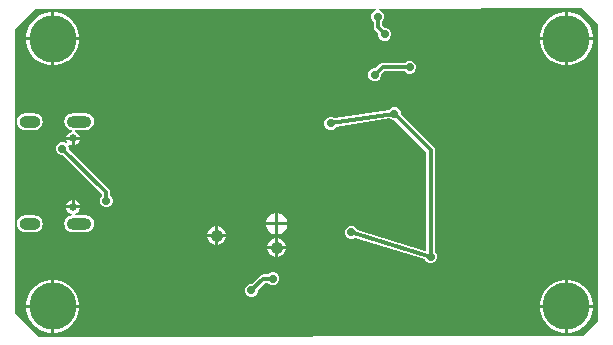
<source format=gbr>
%TF.GenerationSoftware,Altium Limited,Altium Designer,25.7.1 (20)*%
G04 Layer_Physical_Order=2*
G04 Layer_Color=16711680*
%FSLAX45Y45*%
%MOMM*%
%TF.SameCoordinates,8071C31C-8A66-4455-A033-DC46DB2AE162*%
%TF.FilePolarity,Positive*%
%TF.FileFunction,Copper,L2,Bot,Signal*%
%TF.Part,Single*%
G01*
G75*
%TA.AperFunction,Conductor*%
%ADD10C,0.30000*%
%TA.AperFunction,ComponentPad*%
%ADD33C,1.06700*%
%TA.AperFunction,TestPad*%
%ADD34O,2.10000X1.00000*%
%ADD35C,0.65000*%
%ADD36O,1.80000X1.00000*%
%TA.AperFunction,ViaPad*%
%ADD37C,4.00000*%
%ADD38C,0.70000*%
%ADD39C,0.60000*%
G36*
X2442451Y1257549D02*
X2445059Y-1257166D01*
X2313837Y-1384935D01*
X-2299947Y-1390053D01*
X-2497500Y-1192500D01*
X-2494982Y1212518D01*
X-2320042Y1387458D01*
X564286Y1389058D01*
X566560Y1375000D01*
X546345Y1366626D01*
X530873Y1351155D01*
X522500Y1330940D01*
Y1309060D01*
X530873Y1288845D01*
X544617Y1275102D01*
Y1231398D01*
X547333Y1217742D01*
X555069Y1206164D01*
X582341Y1178892D01*
Y1162453D01*
X590714Y1142238D01*
X606186Y1126766D01*
X626401Y1118393D01*
X648281D01*
X668495Y1126766D01*
X683967Y1142238D01*
X692341Y1162453D01*
Y1184333D01*
X683967Y1204548D01*
X668495Y1220019D01*
X648281Y1228393D01*
X633775D01*
X615988Y1246179D01*
Y1280707D01*
X624127Y1288845D01*
X632500Y1309060D01*
Y1330940D01*
X624127Y1351155D01*
X608655Y1366626D01*
X588440Y1375000D01*
X590679Y1389073D01*
X2309973Y1390026D01*
X2442451Y1257549D01*
D02*
G37*
%LPC*%
G36*
X2196700Y1357900D02*
X2187200D01*
Y1145200D01*
X2399900D01*
Y1154700D01*
X2391238Y1198247D01*
X2374247Y1239267D01*
X2349580Y1276184D01*
X2318184Y1307580D01*
X2281267Y1332247D01*
X2240247Y1349238D01*
X2196700Y1357900D01*
D02*
G37*
G36*
X2161800D02*
X2152300D01*
X2108753Y1349238D01*
X2067733Y1332247D01*
X2030816Y1307580D01*
X1999420Y1276184D01*
X1974753Y1239267D01*
X1957762Y1198247D01*
X1949100Y1154700D01*
Y1145200D01*
X2161800D01*
Y1357900D01*
D02*
G37*
G36*
X-2152300D02*
X-2161800D01*
Y1145200D01*
X-1949100D01*
Y1154700D01*
X-1957762Y1198247D01*
X-1974753Y1239267D01*
X-1999420Y1276184D01*
X-2030816Y1307580D01*
X-2067733Y1332247D01*
X-2108753Y1349238D01*
X-2152300Y1357900D01*
D02*
G37*
G36*
X-2187200D02*
X-2196700D01*
X-2240247Y1349238D01*
X-2281267Y1332247D01*
X-2318184Y1307580D01*
X-2349580Y1276184D01*
X-2374247Y1239267D01*
X-2391238Y1198247D01*
X-2399900Y1154700D01*
Y1145200D01*
X-2187200D01*
Y1357900D01*
D02*
G37*
G36*
X2399900Y1119800D02*
X2187200D01*
Y907100D01*
X2196700D01*
X2240247Y915762D01*
X2281267Y932753D01*
X2318184Y957420D01*
X2349580Y988816D01*
X2374247Y1025733D01*
X2391238Y1066753D01*
X2399900Y1110300D01*
Y1119800D01*
D02*
G37*
G36*
X2161800D02*
X1949100D01*
Y1110300D01*
X1957762Y1066753D01*
X1974753Y1025733D01*
X1999420Y988816D01*
X2030816Y957420D01*
X2067733Y932753D01*
X2108753Y915762D01*
X2152300Y907100D01*
X2161800D01*
Y1119800D01*
D02*
G37*
G36*
X-1949100D02*
X-2161800D01*
Y907100D01*
X-2152300D01*
X-2108753Y915762D01*
X-2067733Y932753D01*
X-2030816Y957420D01*
X-1999420Y988816D01*
X-1974753Y1025733D01*
X-1957762Y1066753D01*
X-1949100Y1110300D01*
Y1119800D01*
D02*
G37*
G36*
X-2187200D02*
X-2399900D01*
Y1110300D01*
X-2391238Y1066753D01*
X-2374247Y1025733D01*
X-2349580Y988816D01*
X-2318184Y957420D01*
X-2281267Y932753D01*
X-2240247Y915762D01*
X-2196700Y907100D01*
X-2187200D01*
Y1119800D01*
D02*
G37*
G36*
X858440Y947500D02*
X836560D01*
X816345Y939127D01*
X805404Y928186D01*
X617500D01*
X603844Y925469D01*
X592267Y917734D01*
X557033Y882500D01*
X541560D01*
X521345Y874127D01*
X505874Y858655D01*
X497500Y838440D01*
Y816560D01*
X505874Y796345D01*
X521345Y780873D01*
X541560Y772500D01*
X563440D01*
X583655Y780873D01*
X599127Y796345D01*
X607500Y816560D01*
Y832033D01*
X632282Y856814D01*
X805404D01*
X816345Y845874D01*
X836560Y837500D01*
X858440D01*
X878655Y845874D01*
X894126Y861345D01*
X902500Y881560D01*
Y903440D01*
X894126Y923655D01*
X878655Y939127D01*
X858440Y947500D01*
D02*
G37*
G36*
X728440Y555000D02*
X706560D01*
X686345Y546627D01*
X670873Y531155D01*
X669897Y528797D01*
X216132Y459150D01*
X211155Y464127D01*
X190940Y472500D01*
X169060D01*
X148845Y464127D01*
X133373Y448655D01*
X125000Y428440D01*
Y406560D01*
X133373Y386345D01*
X148845Y370874D01*
X169060Y362500D01*
X190940D01*
X211155Y370874D01*
X226626Y386345D01*
X227603Y388703D01*
X681368Y458350D01*
X686345Y453373D01*
X706560Y445000D01*
X717033D01*
X989314Y172718D01*
Y-651513D01*
X977245Y-660419D01*
X403019Y-483242D01*
X399126Y-473845D01*
X383655Y-458373D01*
X363440Y-450000D01*
X341560D01*
X321345Y-458373D01*
X305873Y-473845D01*
X297500Y-494060D01*
Y-515940D01*
X305873Y-536155D01*
X321345Y-551627D01*
X341560Y-560000D01*
X363440D01*
X383195Y-551817D01*
X974481Y-734258D01*
X978373Y-743655D01*
X993845Y-759126D01*
X1014060Y-767500D01*
X1035940D01*
X1056155Y-759126D01*
X1071627Y-743655D01*
X1080000Y-723440D01*
Y-701560D01*
X1071627Y-681345D01*
X1060686Y-670404D01*
Y187500D01*
X1057969Y201156D01*
X1050234Y212734D01*
X772500Y490467D01*
Y510940D01*
X764126Y531155D01*
X748655Y546627D01*
X728440Y555000D01*
D02*
G37*
G36*
X-2329750Y502604D02*
X-2409750D01*
X-2428023Y500198D01*
X-2445052Y493144D01*
X-2459674Y481924D01*
X-2470894Y467302D01*
X-2477948Y450273D01*
X-2480354Y432000D01*
X-2477948Y413726D01*
X-2470894Y396698D01*
X-2459674Y382075D01*
X-2445052Y370855D01*
X-2428023Y363802D01*
X-2409750Y361396D01*
X-2329750D01*
X-2311476Y363802D01*
X-2294448Y370855D01*
X-2279826Y382075D01*
X-2268605Y396698D01*
X-2261552Y413726D01*
X-2259146Y432000D01*
X-2261552Y450273D01*
X-2268605Y467302D01*
X-2279826Y481924D01*
X-2294448Y493144D01*
X-2311476Y500198D01*
X-2329750Y502604D01*
D02*
G37*
G36*
X-1896750D02*
X-2006750D01*
X-2025024Y500198D01*
X-2042052Y493144D01*
X-2056675Y481924D01*
X-2067895Y467302D01*
X-2074948Y450273D01*
X-2077354Y432000D01*
X-2074948Y413726D01*
X-2067895Y396698D01*
X-2056675Y382075D01*
X-2042052Y370855D01*
X-2025024Y363802D01*
X-2010578Y361900D01*
X-2011561Y346900D01*
X-2013267D01*
X-2034548Y338085D01*
X-2050835Y321797D01*
X-2059160Y301699D01*
X-2001750D01*
X-1944340D01*
X-1952665Y321797D01*
X-1968952Y338085D01*
X-1990232Y346900D01*
X-1989016Y361396D01*
X-1896750D01*
X-1878476Y363802D01*
X-1861448Y370855D01*
X-1846825Y382075D01*
X-1835605Y396698D01*
X-1828552Y413726D01*
X-1826146Y432000D01*
X-1828552Y450273D01*
X-1835605Y467302D01*
X-1846825Y481924D01*
X-1861448Y493144D01*
X-1878476Y500198D01*
X-1896750Y502604D01*
D02*
G37*
G36*
X-2014450Y276299D02*
X-2059160D01*
X-2052621Y260513D01*
X-2054607Y257921D01*
X-2064719Y250524D01*
X-2081560Y257500D01*
X-2103440D01*
X-2123655Y249127D01*
X-2139127Y233655D01*
X-2147500Y213440D01*
Y191560D01*
X-2139127Y171345D01*
X-2123655Y155873D01*
X-2103440Y147500D01*
X-2087967D01*
X-1760686Y-179781D01*
Y-202904D01*
X-1766627Y-208845D01*
X-1775000Y-229060D01*
Y-250940D01*
X-1766627Y-271155D01*
X-1751155Y-286627D01*
X-1730940Y-295000D01*
X-1709060D01*
X-1688845Y-286627D01*
X-1673374Y-271155D01*
X-1665000Y-250940D01*
Y-229060D01*
X-1673374Y-208845D01*
X-1688845Y-193374D01*
X-1689314Y-193179D01*
Y-165000D01*
X-1692031Y-151344D01*
X-1699766Y-139766D01*
X-2037500Y197967D01*
Y213440D01*
X-2043849Y228767D01*
X-2040323Y232993D01*
X-2031750Y238756D01*
X-2014450Y231590D01*
Y276299D01*
D02*
G37*
G36*
X-1944340D02*
X-1989050D01*
Y231590D01*
X-1968952Y239914D01*
X-1952665Y256202D01*
X-1944340Y276299D01*
D02*
G37*
G36*
X-1989050Y-231590D02*
Y-276300D01*
X-1944340D01*
X-1952665Y-256202D01*
X-1968952Y-239915D01*
X-1989050Y-231590D01*
D02*
G37*
G36*
X-2014450D02*
X-2034548Y-239915D01*
X-2050835Y-256202D01*
X-2059160Y-276300D01*
X-2014450D01*
Y-231590D01*
D02*
G37*
G36*
X-266300Y-340627D02*
Y-419200D01*
X-187727D01*
X-193782Y-396601D01*
X-205822Y-375748D01*
X-222848Y-358722D01*
X-243702Y-346682D01*
X-266300Y-340627D01*
D02*
G37*
G36*
X-291700D02*
X-314298Y-346682D01*
X-335151Y-358722D01*
X-352178Y-375748D01*
X-364218Y-396601D01*
X-370273Y-419200D01*
X-291700D01*
Y-340627D01*
D02*
G37*
G36*
X-1944340Y-301700D02*
X-2001750D01*
X-2059160D01*
X-2050835Y-321798D01*
X-2034548Y-338085D01*
X-2013267Y-346900D01*
X-2011561D01*
X-2010578Y-361900D01*
X-2025024Y-363802D01*
X-2042052Y-370855D01*
X-2056675Y-382076D01*
X-2067895Y-396698D01*
X-2074948Y-413727D01*
X-2077354Y-432000D01*
X-2074948Y-450274D01*
X-2067895Y-467302D01*
X-2056675Y-481925D01*
X-2042052Y-493145D01*
X-2025024Y-500198D01*
X-2006750Y-502604D01*
X-1896750D01*
X-1878476Y-500198D01*
X-1861448Y-493145D01*
X-1846825Y-481925D01*
X-1835605Y-467302D01*
X-1828552Y-450274D01*
X-1826146Y-432000D01*
X-1828552Y-413727D01*
X-1835605Y-396698D01*
X-1846825Y-382076D01*
X-1861448Y-370855D01*
X-1878476Y-363802D01*
X-1896750Y-361396D01*
X-1989016D01*
X-1990232Y-346900D01*
X-1968952Y-338085D01*
X-1952665Y-321798D01*
X-1944340Y-301700D01*
D02*
G37*
G36*
X-2329750Y-361396D02*
X-2409750D01*
X-2428023Y-363802D01*
X-2445052Y-370855D01*
X-2459674Y-382076D01*
X-2470894Y-396698D01*
X-2477948Y-413727D01*
X-2480354Y-432000D01*
X-2477948Y-450274D01*
X-2470894Y-467302D01*
X-2459674Y-481925D01*
X-2445052Y-493145D01*
X-2428023Y-500198D01*
X-2409750Y-502604D01*
X-2329750D01*
X-2311476Y-500198D01*
X-2294448Y-493145D01*
X-2279826Y-481925D01*
X-2268605Y-467302D01*
X-2261552Y-450274D01*
X-2259146Y-432000D01*
X-2261552Y-413727D01*
X-2268605Y-396698D01*
X-2279826Y-382076D01*
X-2294448Y-370855D01*
X-2311476Y-363802D01*
X-2329750Y-361396D01*
D02*
G37*
G36*
X-774300Y-455375D02*
Y-520800D01*
X-708875D01*
X-713617Y-503104D01*
X-723984Y-485146D01*
X-738646Y-470484D01*
X-756604Y-460117D01*
X-774300Y-455375D01*
D02*
G37*
G36*
X-799700D02*
X-817396Y-460117D01*
X-835353Y-470484D01*
X-850016Y-485146D01*
X-860383Y-503104D01*
X-865125Y-520800D01*
X-799700D01*
Y-455375D01*
D02*
G37*
G36*
X-187727Y-444600D02*
X-266300D01*
Y-523173D01*
X-243702Y-517118D01*
X-222848Y-505078D01*
X-205822Y-488051D01*
X-193782Y-467198D01*
X-187727Y-444600D01*
D02*
G37*
G36*
X-291700D02*
X-370273D01*
X-364218Y-467198D01*
X-352178Y-488051D01*
X-335151Y-505078D01*
X-314298Y-517118D01*
X-291700Y-523173D01*
Y-444600D01*
D02*
G37*
G36*
X-708875Y-546200D02*
X-774300D01*
Y-611625D01*
X-756604Y-606883D01*
X-738646Y-596515D01*
X-723984Y-581853D01*
X-713617Y-563896D01*
X-708875Y-546200D01*
D02*
G37*
G36*
X-799700D02*
X-865125D01*
X-860383Y-563896D01*
X-850016Y-581853D01*
X-835353Y-596515D01*
X-817396Y-606883D01*
X-799700Y-611625D01*
Y-546200D01*
D02*
G37*
G36*
X-266300Y-556975D02*
Y-622400D01*
X-200875D01*
X-205617Y-604704D01*
X-215984Y-586746D01*
X-230646Y-572084D01*
X-248604Y-561717D01*
X-266300Y-556975D01*
D02*
G37*
G36*
X-291700D02*
X-309396Y-561717D01*
X-327353Y-572084D01*
X-342016Y-586746D01*
X-352383Y-604704D01*
X-357125Y-622400D01*
X-291700D01*
Y-556975D01*
D02*
G37*
G36*
X-200875Y-647800D02*
X-266300D01*
Y-713225D01*
X-248604Y-708483D01*
X-230646Y-698115D01*
X-215984Y-683453D01*
X-205617Y-665496D01*
X-200875Y-647800D01*
D02*
G37*
G36*
X-291700D02*
X-357125D01*
X-352383Y-665496D01*
X-342016Y-683453D01*
X-327353Y-698115D01*
X-309396Y-708483D01*
X-291700Y-713225D01*
Y-647800D01*
D02*
G37*
G36*
X-299047Y-842410D02*
X-320927D01*
X-341142Y-850783D01*
X-352083Y-861724D01*
X-392410D01*
X-406066Y-864440D01*
X-417643Y-872176D01*
X-487967Y-942500D01*
X-503440D01*
X-523655Y-950873D01*
X-539126Y-966345D01*
X-547500Y-986560D01*
Y-1008440D01*
X-539126Y-1028655D01*
X-523655Y-1044126D01*
X-503440Y-1052500D01*
X-481560D01*
X-461345Y-1044126D01*
X-445873Y-1028655D01*
X-437500Y-1008440D01*
Y-992967D01*
X-377628Y-933095D01*
X-352083D01*
X-341142Y-944036D01*
X-320927Y-952410D01*
X-299047D01*
X-278832Y-944036D01*
X-263361Y-928565D01*
X-254987Y-908350D01*
Y-886470D01*
X-263361Y-866255D01*
X-278832Y-850783D01*
X-299047Y-842410D01*
D02*
G37*
G36*
X2196700Y-907100D02*
X2187200D01*
Y-1119800D01*
X2399900D01*
Y-1110300D01*
X2391238Y-1066753D01*
X2374247Y-1025733D01*
X2349580Y-988816D01*
X2318184Y-957420D01*
X2281267Y-932753D01*
X2240247Y-915762D01*
X2196700Y-907100D01*
D02*
G37*
G36*
X2161800D02*
X2152300D01*
X2108753Y-915762D01*
X2067733Y-932753D01*
X2030816Y-957420D01*
X1999420Y-988816D01*
X1974753Y-1025733D01*
X1957762Y-1066753D01*
X1949100Y-1110300D01*
Y-1119800D01*
X2161800D01*
Y-907100D01*
D02*
G37*
G36*
X-2152300Y-907100D02*
X-2161800D01*
Y-1119800D01*
X-1949100D01*
Y-1110300D01*
X-1957762Y-1066754D01*
X-1974753Y-1025733D01*
X-1999420Y-988816D01*
X-2030816Y-957420D01*
X-2067733Y-932753D01*
X-2108753Y-915762D01*
X-2152300Y-907100D01*
D02*
G37*
G36*
X-2187200D02*
X-2196700D01*
X-2240247Y-915762D01*
X-2281267Y-932753D01*
X-2318184Y-957420D01*
X-2349580Y-988816D01*
X-2374247Y-1025733D01*
X-2391238Y-1066754D01*
X-2399900Y-1110300D01*
Y-1119800D01*
X-2187200D01*
Y-907100D01*
D02*
G37*
G36*
X2399900Y-1145200D02*
X2187200D01*
Y-1357900D01*
X2196700D01*
X2240247Y-1349238D01*
X2281267Y-1332247D01*
X2318184Y-1307580D01*
X2349580Y-1276184D01*
X2374247Y-1239267D01*
X2391238Y-1198247D01*
X2399900Y-1154700D01*
Y-1145200D01*
D02*
G37*
G36*
X2161800D02*
X1949100D01*
Y-1154700D01*
X1957762Y-1198247D01*
X1974753Y-1239267D01*
X1999420Y-1276184D01*
X2030816Y-1307580D01*
X2067733Y-1332247D01*
X2108753Y-1349238D01*
X2152300Y-1357900D01*
X2161800D01*
Y-1145200D01*
D02*
G37*
G36*
X-1949100Y-1145200D02*
X-2161800D01*
Y-1357900D01*
X-2152300D01*
X-2108753Y-1349238D01*
X-2067733Y-1332247D01*
X-2030816Y-1307580D01*
X-1999420Y-1276184D01*
X-1974753Y-1239267D01*
X-1957762Y-1198247D01*
X-1949100Y-1154700D01*
Y-1145200D01*
D02*
G37*
G36*
X-2187200D02*
X-2399900D01*
Y-1154700D01*
X-2391238Y-1198247D01*
X-2374247Y-1239267D01*
X-2349580Y-1276184D01*
X-2318184Y-1307580D01*
X-2281267Y-1332247D01*
X-2240247Y-1349238D01*
X-2196700Y-1357900D01*
X-2187200D01*
Y-1145200D01*
D02*
G37*
%LPD*%
D10*
X-1725000Y-235000D02*
Y-165000D01*
X-2092500Y202500D02*
X-1725000Y-165000D01*
Y-235000D02*
X-1720000Y-240000D01*
X1025000Y-712500D02*
Y187500D01*
X727500Y485000D02*
X1025000Y187500D01*
X-492500Y-997500D02*
X-392410Y-897410D01*
X-309987D01*
X552500Y827500D02*
X617500Y892500D01*
X847500D01*
X180000Y417500D02*
X717500Y500000D01*
X352500Y-505000D02*
X1025000Y-712500D01*
X577500Y1320000D02*
X580303Y1317197D01*
Y1231398D02*
Y1317197D01*
X637341Y1173393D02*
Y1174360D01*
X580303Y1231398D02*
X637341Y1174360D01*
D33*
X-787000Y-533500D02*
D03*
X-279000Y-635100D02*
D03*
D34*
X-1951750Y-432000D02*
D03*
Y432000D02*
D03*
D35*
X-2001750Y289000D02*
D03*
Y-289000D02*
D03*
D36*
X-2369750Y432000D02*
D03*
Y-432000D02*
D03*
D37*
X2174500Y1132500D02*
D03*
X-2174500D02*
D03*
Y-1132500D02*
D03*
X2174500Y-1132500D02*
D03*
D38*
X-1720000Y-240000D02*
D03*
X-2092500Y202500D02*
D03*
X2192996Y749997D02*
D03*
X2342996Y449997D02*
D03*
Y-750003D02*
D03*
X1892996Y749997D02*
D03*
X2042996Y449997D02*
D03*
X1892996Y-1050002D02*
D03*
X1742997Y1049997D02*
D03*
X1592997Y749997D02*
D03*
Y-1050002D02*
D03*
X1292997Y-450003D02*
D03*
Y-1050002D02*
D03*
X392997Y749997D02*
D03*
X92997D02*
D03*
Y-450003D02*
D03*
X-57003Y1049997D02*
D03*
X-207003Y749997D02*
D03*
X-57003Y449997D02*
D03*
X-207003Y149997D02*
D03*
X-357003Y1049997D02*
D03*
X-507003Y749997D02*
D03*
X-357003Y449997D02*
D03*
X-657003D02*
D03*
X-807003Y-1050002D02*
D03*
X-1107003Y-450003D02*
D03*
X-957003Y-750003D02*
D03*
X-1107003Y-1050002D02*
D03*
X-1257003Y449997D02*
D03*
X-1407003Y149997D02*
D03*
Y-450003D02*
D03*
X-1257003Y-750003D02*
D03*
X-1407003Y-1050002D02*
D03*
X-1557002Y-750003D02*
D03*
X-1707002Y-1050002D02*
D03*
X-1857002Y1049997D02*
D03*
X-1865000Y-662500D02*
D03*
X-1730000Y-380000D02*
D03*
X-1742500Y340000D02*
D03*
X-1907500Y590000D02*
D03*
X-1917500Y857500D02*
D03*
X-1367500Y1092500D02*
D03*
X-675000Y742500D02*
D03*
X-827500Y862500D02*
D03*
X237500Y292500D02*
D03*
X387500Y590000D02*
D03*
X1760000Y417500D02*
D03*
X2035000Y140000D02*
D03*
X1822500Y-410000D02*
D03*
X1302500Y-595000D02*
D03*
X545000Y-1142500D02*
D03*
X-207500Y-792500D02*
D03*
X-772500Y480000D02*
D03*
X1087500Y1258800D02*
D03*
X1287500Y590000D02*
D03*
X1130000Y1062500D02*
D03*
X427500Y1125000D02*
D03*
X-1197500Y172500D02*
D03*
X637341Y1173393D02*
D03*
X577500Y1320000D02*
D03*
X352500Y-505000D02*
D03*
X180000Y417500D02*
D03*
X717500Y500000D02*
D03*
X847500Y892500D02*
D03*
X552500Y827500D02*
D03*
X1025000Y-712500D02*
D03*
X-492500Y-997500D02*
D03*
X-309987Y-897410D02*
D03*
D39*
X-1570000Y982500D02*
D03*
%TF.MD5,3d004f13f0de92463b37a3f2e4200c47*%
M02*

</source>
